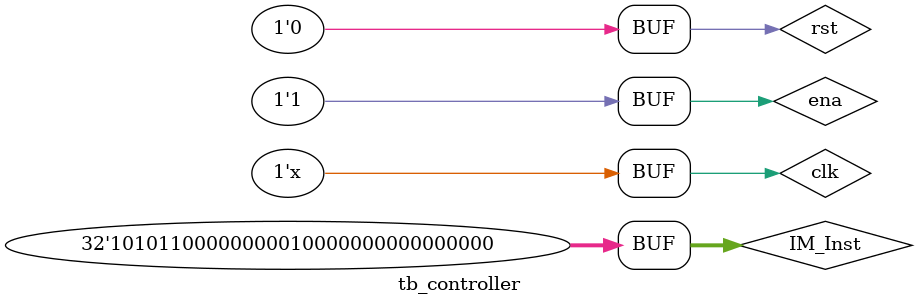
<source format=v>
`timescale 1ns / 1ps


module tb_controller;
reg clk = 0;
reg ena = 1;
reg rst = 0;
reg [31:0] IM_Inst;  //从IMEM读出的指令
wire [31:0] PC;  //PC寄存器，储存下一条指令在IM中的地址
//DMEM操作控制信号
wire DM_W; 
wire DM_R;
reg [31:0] DM_ReadData;
wire [31:0] DM_WriteData;
wire [10:0] DM_Addr;

Controller uut(
    .clk(clk),
    .ena(ena),
    .rst(rst),
    .IM_Inst(IM_Inst),
    .PC(PC),
    .DM_W(DM_W),
    .DM_R(DM_R),
    .DM_ReadData(DM_ReadData),
    .DM_WriteData(DM_WriteData),
    .DM_Addr(DM_Addr)
    );

always #10 clk = ~clk;

initial begin
    #100 rst = 1;   //重置控制器
    #10 rst = 0;
    //-------------------------R型指令-------------------------------
    #10 IM_Inst = 32'b000000_00000_00001_00010_00000_100000;          //测试add指令
    #10 rst = 1; #10 rst = 0;
    #10 IM_Inst = 32'b000000_00000_00001_00010_00000_100001;          //测试addu指令
    #10 rst = 1; #10 rst = 0;
    #10 IM_Inst = 32'b000000_00000_00001_00010_00000_100010;          //测试sub指令
    #10 rst = 1; #10 rst = 0;
    #10 IM_Inst = 32'b000000_00000_00001_00010_00000_100011;          //测试subu指令
    #10 rst = 1; #10 rst = 0;
    #10 IM_Inst = 32'b000000_00000_00001_00010_00000_100100;          //测试and指令
    #10 rst = 1; #10 rst = 0;
    #10 IM_Inst = 32'b000000_00000_00001_00010_00000_100101;          //测试or指令
    #10 rst = 1; #10 rst = 0;
    #10 IM_Inst = 32'b000000_00000_00001_00010_00000_100110;          //测试xor指令
    #10 rst = 1; #10 rst = 0;
    #10 IM_Inst = 32'b000000_00000_00001_00010_00000_100111;          //测试nor指令
    #10 rst = 1; #10 rst = 0;
    #10 IM_Inst = 32'b000000_00000_00001_00010_00000_101010;          //测试slt指令
    #10 rst = 1; #10 rst = 0;
    #10 IM_Inst = 32'b000000_00000_00001_00010_00000_101011;          //测试sltu指令
    #10 rst = 1; #10 rst = 0;
    #10 IM_Inst = 32'b000000_00000_00001_00010_00100_000000;          //测试sll指令
    #10 rst = 1; #10 rst = 0;
    #10 IM_Inst = 32'b000000_00000_00001_00010_00011_000010;          //测试srl指令
    #10 rst = 1; #10 rst = 0;
    #10 IM_Inst = 32'b000000_00000_00001_00010_00110_000011;          //测试sra指令
    #10 rst = 1; #10 rst = 0;
    #10 IM_Inst = 32'b000000_00010_00001_00011_00000_000100;          //测试sllv指令
    #10 rst = 1; #10 rst = 0;
    #10 IM_Inst = 32'b000000_00010_00001_00011_00000_000110;          //测试srlv指令
    #10 rst = 1; #10 rst = 0;
    #10 IM_Inst = 32'b000000_00010_00001_00011_00000_000111;          //测试srav指令
    #10 rst = 1; #10 rst = 0;
    #10 IM_Inst = 32'b000000_00100_00000_00000_00000_001000;          //测试jr指令
    #10 rst = 1; #10 rst = 0;
    //-------------------------I型指令-------------------------------
    #10 IM_Inst = 32'b001000_00101_00110_1111111111111111;          //测试ADDI指令
    #10 rst = 1; #10 rst = 0;
    #10 IM_Inst = 32'b001001_00101_00110_1111111111111111;          //测试ADDIU指令
    #10 rst = 1; #10 rst = 0;
    #10 IM_Inst = 32'b001100_00101_00110_1111111111111111;          //测试ANDIU指令
    #10 rst = 1; #10 rst = 0;
    #10 IM_Inst = 32'b001101_00101_00110_1111111111111111;          //测试ORI指令
    #10 rst = 1; #10 rst = 0;
    #10 IM_Inst = 32'b001110_00101_00110_1111111111111111;          //测试XORI指令
    #10 rst = 1; #10 rst = 0;
    #10 IM_Inst = 32'b000100_00111_01000_1111111111111101;          //测试BEQ指令
    #10 rst = 1; #10 rst = 0;
    #10 IM_Inst = 32'b000101_00111_01000_1111111111111101;          //测试BNE指令
    #10 rst = 1; #10 rst = 0;
    #10 IM_Inst = 32'b001010_00111_01000_1111111111111101;          //测试SLTI指令
    #10 rst = 1; #10 rst = 0;
    #10 IM_Inst = 32'b001011_00111_01000_1111111111111101;          //测试SLTIU指令
    #10 rst = 1; #10 rst = 0;
    #10 IM_Inst = 32'b001111_00000_01001_1011001110101001;          //测试lui指令
    #10 rst = 1; #10 rst = 0;
    //-------------------------J型指令-------------------------------
    #10 IM_Inst = 32'b000010_11111111111111111111111111;          //测试j指令
    #10 rst = 1; #10 rst = 0;
    #10 IM_Inst = 32'b000011_11111111111111111111111111;          //测试jal指令
    #10 rst = 1; #10 rst = 0;
    //-------------------------LW SW--------------------------------
    #10 IM_Inst = 32'b100011_00000_00001_0000000000000000;          //测试LW指令
    #10 rst = 1; #10 rst = 0;
    #10 IM_Inst = 32'b101011_00000_00001_0000000000000000;          //测试SW指令
    #10 rst = 1; #10 rst = 0;
end

endmodule

</source>
